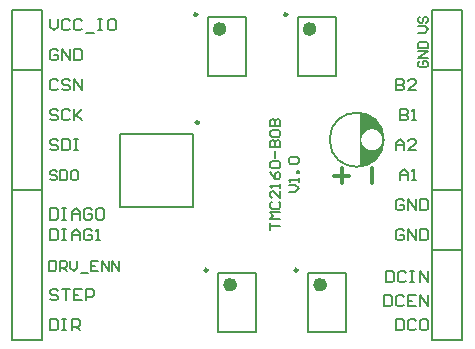
<source format=gto>
G04*
G04 #@! TF.GenerationSoftware,Altium Limited,Altium Designer,18.0.11 (651)*
G04*
G04 Layer_Color=65535*
%FSLAX25Y25*%
%MOIN*%
G70*
G01*
G75*
%ADD10C,0.00551*%
%ADD11C,0.00984*%
%ADD12C,0.02362*%
%ADD13C,0.00787*%
%ADD14C,0.01181*%
%ADD15C,0.00700*%
%ADD16C,0.00500*%
G36*
X-29268Y-38400D02*
Y-29456D01*
X-28450Y-29547D01*
X-26874Y-30024D01*
X-25411Y-30779D01*
X-24109Y-31786D01*
X-23011Y-33014D01*
X-22155Y-34420D01*
X-21567Y-35958D01*
X-21268Y-37577D01*
X-21268Y-38400D01*
X-21268Y-38400D01*
X-21268Y-39223D01*
X-21567Y-40842D01*
X-22155Y-42380D01*
X-23011Y-43786D01*
X-24109Y-45014D01*
X-25411Y-46021D01*
X-26874Y-46776D01*
X-28450Y-47253D01*
X-29268Y-47344D01*
X-29268D01*
X-29268Y-38400D01*
X-28768Y-38400D01*
X-28752Y-38743D01*
X-28618Y-39416D01*
X-28355Y-40050D01*
X-27974Y-40620D01*
X-27489Y-41105D01*
X-26918Y-41487D01*
X-26284Y-41749D01*
X-25611Y-41883D01*
X-25268Y-41900D01*
X-24925Y-41883D01*
X-24252Y-41749D01*
X-23618Y-41487D01*
X-23048Y-41105D01*
X-22563Y-40620D01*
X-22182Y-40050D01*
X-21919Y-39416D01*
X-21785Y-38743D01*
X-21768Y-38400D01*
X-21785Y-38057D01*
X-21919Y-37384D01*
X-22182Y-36750D01*
X-22563Y-36180D01*
X-23048Y-35695D01*
X-23618Y-35313D01*
X-24252Y-35051D01*
X-24925Y-34917D01*
X-25268Y-34900D01*
X-25611Y-34917D01*
X-26284Y-35051D01*
X-26918Y-35313D01*
X-27489Y-35695D01*
X-27974Y-36180D01*
X-28355Y-36750D01*
X-28618Y-37384D01*
X-28752Y-38057D01*
X-28768Y-38400D01*
D01*
X-29268Y-38400D01*
D02*
G37*
D10*
X-21254Y-38400D02*
G03*
X-21254Y-38400I-9014J0D01*
G01*
D11*
X-82868Y-32645D02*
G03*
X-82868Y-32645I-492J0D01*
G01*
X-49946Y-81852D02*
G03*
X-49946Y-81852I-492J0D01*
G01*
X-79946Y-81852D02*
G03*
X-79946Y-81852I-492J0D01*
G01*
X-53446Y3348D02*
G03*
X-53446Y3348I-492J0D01*
G01*
X-83446D02*
G03*
X-83446Y3348I-492J0D01*
G01*
D12*
X-41284Y-86695D02*
G03*
X-41284Y-86695I-1181J0D01*
G01*
X-71284Y-86695D02*
G03*
X-71284Y-86695I-1181J0D01*
G01*
X-44784Y-1495D02*
G03*
X-44784Y-1495I-1181J0D01*
G01*
X-74784D02*
G03*
X-74784Y-1495I-1181J0D01*
G01*
D13*
X-5000Y-15000D02*
X5000D01*
Y-55000D02*
Y-15000D01*
X-5000Y-55000D02*
Y-15000D01*
Y-55000D02*
X5000D01*
X-135000Y-105000D02*
Y-55000D01*
X-145000D02*
X-135000D01*
X-145000Y-105000D02*
Y-55000D01*
Y-105000D02*
X-135000D01*
X-145000Y-55000D02*
X-135000D01*
X-145000D02*
Y-15000D01*
X-135000Y-55000D02*
Y-15000D01*
X-145000D02*
X-135000D01*
X-5000Y-75000D02*
X5000D01*
X-5000Y-105000D02*
Y-75000D01*
Y-105000D02*
X5000D01*
Y-75000D01*
X-135000Y-15000D02*
Y5000D01*
X-145000Y-15000D02*
X-135000D01*
X-145000D02*
Y5000D01*
X-135000D01*
X5000Y-15000D02*
Y5000D01*
X-5000Y-15000D02*
X5000D01*
X-5000D02*
Y5000D01*
X5000D01*
Y-75000D02*
Y-55000D01*
X-5000Y-75000D02*
X5000D01*
X-5000D02*
Y-55000D01*
X5000D01*
X-109246Y-36582D02*
X-84837D01*
X-109246Y-60991D02*
X-84837D01*
Y-36582D01*
X-109246Y-60991D02*
Y-36582D01*
X-46402Y-102443D02*
X-33804D01*
X-46402Y-82758D02*
X-33804D01*
Y-102443D02*
Y-82758D01*
X-46402Y-102443D02*
Y-82758D01*
X-76402Y-102443D02*
X-63804D01*
X-76402Y-82758D02*
X-63804D01*
Y-102443D02*
Y-82758D01*
X-76402Y-102443D02*
Y-82758D01*
X-49902Y-17243D02*
X-37304D01*
X-49902Y2442D02*
X-37304D01*
Y-17243D02*
Y2442D01*
X-49902Y-17243D02*
Y2442D01*
X-79902Y-17243D02*
X-67304D01*
X-79902Y2442D02*
X-67304D01*
Y-17243D02*
Y2442D01*
X-79902Y-17243D02*
Y2442D01*
D14*
X-37768Y-50400D02*
X-32768D01*
X-35268Y-52900D02*
Y-47900D01*
X-25268Y-52900D02*
Y-47900D01*
D15*
X-52999Y-55831D02*
X-50666D01*
X-49500Y-54665D01*
X-50666Y-53499D01*
X-52999D01*
X-49500Y-52333D02*
Y-51166D01*
Y-51749D01*
X-52999D01*
X-52416Y-52333D01*
X-49500Y-49417D02*
X-50083D01*
Y-48834D01*
X-49500D01*
Y-49417D01*
X-52416Y-46501D02*
X-52999Y-45918D01*
Y-44752D01*
X-52416Y-44168D01*
X-50083D01*
X-49500Y-44752D01*
Y-45918D01*
X-50083Y-46501D01*
X-52416D01*
X-59173Y-68369D02*
Y-66036D01*
Y-67203D01*
X-55674D01*
Y-64870D02*
X-59173D01*
X-58007Y-63704D01*
X-59173Y-62538D01*
X-55674D01*
X-58590Y-59039D02*
X-59173Y-59622D01*
Y-60788D01*
X-58590Y-61371D01*
X-56257D01*
X-55674Y-60788D01*
Y-59622D01*
X-56257Y-59039D01*
X-55674Y-55540D02*
Y-57872D01*
X-58007Y-55540D01*
X-58590D01*
X-59173Y-56123D01*
Y-57289D01*
X-58590Y-57872D01*
X-55674Y-54374D02*
Y-53207D01*
Y-53790D01*
X-59173D01*
X-58590Y-54374D01*
X-59173Y-49125D02*
X-58590Y-50292D01*
X-57424Y-51458D01*
X-56257D01*
X-55674Y-50875D01*
Y-49708D01*
X-56257Y-49125D01*
X-56840D01*
X-57424Y-49708D01*
Y-51458D01*
X-58590Y-47959D02*
X-59173Y-47376D01*
Y-46210D01*
X-58590Y-45626D01*
X-56257D01*
X-55674Y-46210D01*
Y-47376D01*
X-56257Y-47959D01*
X-58590D01*
X-57424Y-44460D02*
Y-42127D01*
X-59173Y-40961D02*
X-55674D01*
Y-39212D01*
X-56257Y-38629D01*
X-56840D01*
X-57424Y-39212D01*
Y-40961D01*
Y-39212D01*
X-58007Y-38629D01*
X-58590D01*
X-59173Y-39212D01*
Y-40961D01*
Y-35713D02*
Y-36879D01*
X-58590Y-37462D01*
X-56257D01*
X-55674Y-36879D01*
Y-35713D01*
X-56257Y-35130D01*
X-58590D01*
X-59173Y-35713D01*
Y-33964D02*
X-55674D01*
Y-32214D01*
X-56257Y-31631D01*
X-56840D01*
X-57424Y-32214D01*
Y-33964D01*
Y-32214D01*
X-58007Y-31631D01*
X-58590D01*
X-59173Y-32214D01*
Y-33964D01*
X-14397Y-68667D02*
X-15064Y-68001D01*
X-16397D01*
X-17063Y-68667D01*
Y-71333D01*
X-16397Y-71999D01*
X-15064D01*
X-14397Y-71333D01*
Y-70000D01*
X-15730D01*
X-13065Y-71999D02*
Y-68001D01*
X-10399Y-71999D01*
Y-68001D01*
X-9066D02*
Y-71999D01*
X-7067D01*
X-6400Y-71333D01*
Y-68667D01*
X-7067Y-68001D01*
X-9066D01*
X-132500Y-61301D02*
Y-65299D01*
X-130501D01*
X-129834Y-64633D01*
Y-61967D01*
X-130501Y-61301D01*
X-132500D01*
X-128501D02*
X-127168D01*
X-127835D01*
Y-65299D01*
X-128501D01*
X-127168D01*
X-125169D02*
Y-62634D01*
X-123836Y-61301D01*
X-122503Y-62634D01*
Y-65299D01*
Y-63300D01*
X-125169D01*
X-118505Y-61967D02*
X-119171Y-61301D01*
X-120504D01*
X-121170Y-61967D01*
Y-64633D01*
X-120504Y-65299D01*
X-119171D01*
X-118505Y-64633D01*
Y-63300D01*
X-119837D01*
X-117172Y-61967D02*
X-116505Y-61301D01*
X-115172D01*
X-114506Y-61967D01*
Y-64633D01*
X-115172Y-65299D01*
X-116505D01*
X-117172Y-64633D01*
Y-61967D01*
X-132416Y1999D02*
Y-667D01*
X-131083Y-1999D01*
X-129750Y-667D01*
Y1999D01*
X-125751Y1333D02*
X-126418Y1999D01*
X-127751D01*
X-128417Y1333D01*
Y-1333D01*
X-127751Y-1999D01*
X-126418D01*
X-125751Y-1333D01*
X-121753Y1333D02*
X-122419Y1999D01*
X-123752D01*
X-124418Y1333D01*
Y-1333D01*
X-123752Y-1999D01*
X-122419D01*
X-121753Y-1333D01*
X-120420Y-2666D02*
X-117754D01*
X-116421Y1999D02*
X-115088D01*
X-115754D01*
Y-1999D01*
X-116421D01*
X-115088D01*
X-111089Y1999D02*
X-112422D01*
X-113089Y1333D01*
Y-1333D01*
X-112422Y-1999D01*
X-111089D01*
X-110423Y-1333D01*
Y1333D01*
X-111089Y1999D01*
X-129734Y-8667D02*
X-130401Y-8001D01*
X-131734D01*
X-132400Y-8667D01*
Y-11333D01*
X-131734Y-11999D01*
X-130401D01*
X-129734Y-11333D01*
Y-10000D01*
X-131067D01*
X-128401Y-11999D02*
Y-8001D01*
X-125735Y-11999D01*
Y-8001D01*
X-124403D02*
Y-11999D01*
X-122403D01*
X-121737Y-11333D01*
Y-8667D01*
X-122403Y-8001D01*
X-124403D01*
X-129834Y-18667D02*
X-130501Y-18001D01*
X-131834D01*
X-132500Y-18667D01*
Y-21333D01*
X-131834Y-21999D01*
X-130501D01*
X-129834Y-21333D01*
X-125836Y-18667D02*
X-126502Y-18001D01*
X-127835D01*
X-128501Y-18667D01*
Y-19333D01*
X-127835Y-20000D01*
X-126502D01*
X-125836Y-20666D01*
Y-21333D01*
X-126502Y-21999D01*
X-127835D01*
X-128501Y-21333D01*
X-124503Y-21999D02*
Y-18001D01*
X-121837Y-21999D01*
Y-18001D01*
X-129834Y-38667D02*
X-130501Y-38001D01*
X-131834D01*
X-132500Y-38667D01*
Y-39334D01*
X-131834Y-40000D01*
X-130501D01*
X-129834Y-40666D01*
Y-41333D01*
X-130501Y-41999D01*
X-131834D01*
X-132500Y-41333D01*
X-128501Y-38001D02*
Y-41999D01*
X-126502D01*
X-125836Y-41333D01*
Y-38667D01*
X-126502Y-38001D01*
X-128501D01*
X-124503D02*
X-123170D01*
X-123836D01*
Y-41999D01*
X-124503D01*
X-123170D01*
X-130167Y-49084D02*
X-130751Y-48500D01*
X-131917D01*
X-132500Y-49084D01*
Y-49667D01*
X-131917Y-50250D01*
X-130751D01*
X-130167Y-50833D01*
Y-51416D01*
X-130751Y-51999D01*
X-131917D01*
X-132500Y-51416D01*
X-129001Y-48500D02*
Y-51999D01*
X-127252D01*
X-126669Y-51416D01*
Y-49084D01*
X-127252Y-48500D01*
X-129001D01*
X-123753D02*
X-124919D01*
X-125502Y-49084D01*
Y-51416D01*
X-124919Y-51999D01*
X-123753D01*
X-123170Y-51416D01*
Y-49084D01*
X-123753Y-48500D01*
X-129834Y-28667D02*
X-130501Y-28001D01*
X-131834D01*
X-132500Y-28667D01*
Y-29334D01*
X-131834Y-30000D01*
X-130501D01*
X-129834Y-30666D01*
Y-31333D01*
X-130501Y-31999D01*
X-131834D01*
X-132500Y-31333D01*
X-125836Y-28667D02*
X-126502Y-28001D01*
X-127835D01*
X-128501Y-28667D01*
Y-31333D01*
X-127835Y-31999D01*
X-126502D01*
X-125836Y-31333D01*
X-124503Y-28001D02*
Y-31999D01*
Y-30666D01*
X-121837Y-28001D01*
X-123836Y-30000D01*
X-121837Y-31999D01*
X-132700Y-78701D02*
Y-82200D01*
X-130951D01*
X-130367Y-81617D01*
Y-79284D01*
X-130951Y-78701D01*
X-132700D01*
X-129201Y-82200D02*
Y-78701D01*
X-127452D01*
X-126869Y-79284D01*
Y-80451D01*
X-127452Y-81034D01*
X-129201D01*
X-128035D02*
X-126869Y-82200D01*
X-125702Y-78701D02*
Y-81034D01*
X-124536Y-82200D01*
X-123370Y-81034D01*
Y-78701D01*
X-122203Y-82783D02*
X-119871D01*
X-116372Y-78701D02*
X-118704D01*
Y-82200D01*
X-116372D01*
X-118704Y-80451D02*
X-117538D01*
X-115206Y-82200D02*
Y-78701D01*
X-112873Y-82200D01*
Y-78701D01*
X-111707Y-82200D02*
Y-78701D01*
X-109374Y-82200D01*
Y-78701D01*
X-132500Y-98001D02*
Y-101999D01*
X-130501D01*
X-129834Y-101333D01*
Y-98667D01*
X-130501Y-98001D01*
X-132500D01*
X-128501D02*
X-127168D01*
X-127835D01*
Y-101999D01*
X-128501D01*
X-127168D01*
X-125169D02*
Y-98001D01*
X-123170D01*
X-122503Y-98667D01*
Y-100000D01*
X-123170Y-100666D01*
X-125169D01*
X-123836D02*
X-122503Y-101999D01*
X-129834Y-88667D02*
X-130501Y-88001D01*
X-131834D01*
X-132500Y-88667D01*
Y-89334D01*
X-131834Y-90000D01*
X-130501D01*
X-129834Y-90666D01*
Y-91333D01*
X-130501Y-91999D01*
X-131834D01*
X-132500Y-91333D01*
X-128501Y-88001D02*
X-125836D01*
X-127168D01*
Y-91999D01*
X-121837Y-88001D02*
X-124503D01*
Y-91999D01*
X-121837D01*
X-124503Y-90000D02*
X-123170D01*
X-120504Y-91999D02*
Y-88001D01*
X-118505D01*
X-117838Y-88667D01*
Y-90000D01*
X-118505Y-90666D01*
X-120504D01*
X-15767Y-51999D02*
Y-49334D01*
X-14434Y-48001D01*
X-13101Y-49334D01*
Y-51999D01*
Y-50000D01*
X-15767D01*
X-11768Y-51999D02*
X-10435D01*
X-11102D01*
Y-48001D01*
X-11768Y-48667D01*
X-17100Y-41999D02*
Y-39334D01*
X-15767Y-38001D01*
X-14434Y-39334D01*
Y-41999D01*
Y-40000D01*
X-17100D01*
X-10435Y-41999D02*
X-13101D01*
X-10435Y-39334D01*
Y-38667D01*
X-11102Y-38001D01*
X-12435D01*
X-13101Y-38667D01*
X-14397Y-58667D02*
X-15064Y-58001D01*
X-16397D01*
X-17063Y-58667D01*
Y-61333D01*
X-16397Y-61999D01*
X-15064D01*
X-14397Y-61333D01*
Y-60000D01*
X-15730D01*
X-13065Y-61999D02*
Y-58001D01*
X-10399Y-61999D01*
Y-58001D01*
X-9066D02*
Y-61999D01*
X-7067D01*
X-6400Y-61333D01*
Y-58667D01*
X-7067Y-58001D01*
X-9066D01*
X-17100Y-18001D02*
Y-21999D01*
X-15101D01*
X-14434Y-21333D01*
Y-20666D01*
X-15101Y-20000D01*
X-17100D01*
X-15101D01*
X-14434Y-19333D01*
Y-18667D01*
X-15101Y-18001D01*
X-17100D01*
X-10435Y-21999D02*
X-13101D01*
X-10435Y-19333D01*
Y-18667D01*
X-11102Y-18001D01*
X-12435D01*
X-13101Y-18667D01*
X-15767Y-28001D02*
Y-31999D01*
X-13768D01*
X-13101Y-31333D01*
Y-30666D01*
X-13768Y-30000D01*
X-15767D01*
X-13768D01*
X-13101Y-29334D01*
Y-28667D01*
X-13768Y-28001D01*
X-15767D01*
X-11768Y-31999D02*
X-10435D01*
X-11102D01*
Y-28001D01*
X-11768Y-28667D01*
X-132500Y-68001D02*
Y-71999D01*
X-130501D01*
X-129834Y-71333D01*
Y-68667D01*
X-130501Y-68001D01*
X-132500D01*
X-128501D02*
X-127168D01*
X-127835D01*
Y-71999D01*
X-128501D01*
X-127168D01*
X-125169D02*
Y-69334D01*
X-123836Y-68001D01*
X-122503Y-69334D01*
Y-71999D01*
Y-70000D01*
X-125169D01*
X-118505Y-68667D02*
X-119171Y-68001D01*
X-120504D01*
X-121170Y-68667D01*
Y-71333D01*
X-120504Y-71999D01*
X-119171D01*
X-118505Y-71333D01*
Y-70000D01*
X-119837D01*
X-117172Y-71999D02*
X-115839D01*
X-116505D01*
Y-68001D01*
X-117172Y-68667D01*
X-20395Y-82001D02*
Y-85999D01*
X-18396D01*
X-17730Y-85333D01*
Y-82667D01*
X-18396Y-82001D01*
X-20395D01*
X-13731Y-82667D02*
X-14397Y-82001D01*
X-15730D01*
X-16397Y-82667D01*
Y-85333D01*
X-15730Y-85999D01*
X-14397D01*
X-13731Y-85333D01*
X-12398Y-82001D02*
X-11065D01*
X-11732D01*
Y-85999D01*
X-12398D01*
X-11065D01*
X-9066D02*
Y-82001D01*
X-6400Y-85999D01*
Y-82001D01*
X-21062Y-90001D02*
Y-93999D01*
X-19063D01*
X-18396Y-93333D01*
Y-90667D01*
X-19063Y-90001D01*
X-21062D01*
X-14397Y-90667D02*
X-15064Y-90001D01*
X-16397D01*
X-17063Y-90667D01*
Y-93333D01*
X-16397Y-93999D01*
X-15064D01*
X-14397Y-93333D01*
X-10399Y-90001D02*
X-13065D01*
Y-93999D01*
X-10399D01*
X-13065Y-92000D02*
X-11732D01*
X-9066Y-93999D02*
Y-90001D01*
X-6400Y-93999D01*
Y-90001D01*
X-17063Y-98001D02*
Y-101999D01*
X-15064D01*
X-14397Y-101333D01*
Y-98667D01*
X-15064Y-98001D01*
X-17063D01*
X-10399Y-98667D02*
X-11065Y-98001D01*
X-12398D01*
X-13065Y-98667D01*
Y-101333D01*
X-12398Y-101999D01*
X-11065D01*
X-10399Y-101333D01*
X-7067Y-98001D02*
X-8399D01*
X-9066Y-98667D01*
Y-101333D01*
X-8399Y-101999D01*
X-7067D01*
X-6400Y-101333D01*
Y-98667D01*
X-7067Y-98001D01*
D16*
X-9166Y-12133D02*
X-9699Y-12666D01*
Y-13732D01*
X-9166Y-14265D01*
X-7033D01*
X-6500Y-13732D01*
Y-12666D01*
X-7033Y-12133D01*
X-8100D01*
Y-13199D01*
X-6500Y-11066D02*
X-9699D01*
X-6500Y-8934D01*
X-9699D01*
Y-7867D02*
X-6500D01*
Y-6268D01*
X-7033Y-5735D01*
X-9166D01*
X-9699Y-6268D01*
Y-7867D01*
Y-2666D02*
X-7566D01*
X-6500Y-1599D01*
X-7566Y-533D01*
X-9699D01*
X-9166Y2666D02*
X-9699Y2133D01*
Y1066D01*
X-9166Y533D01*
X-8633D01*
X-8100Y1066D01*
Y2133D01*
X-7566Y2666D01*
X-7033D01*
X-6500Y2133D01*
Y1066D01*
X-7033Y533D01*
M02*

</source>
